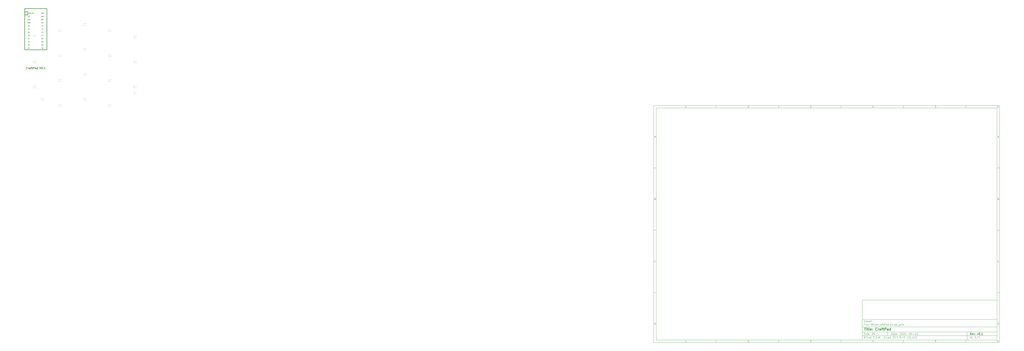
<source format=gbr>
%TF.GenerationSoftware,KiCad,Pcbnew,(5.1.9-0-10_14)*%
%TF.CreationDate,2021-04-02T00:26:10+08:00*%
%TF.ProjectId,MinecraftPad,4d696e65-6372-4616-9674-5061642e6b69,v0.1*%
%TF.SameCoordinates,Original*%
%TF.FileFunction,Legend,Top*%
%TF.FilePolarity,Positive*%
%FSLAX46Y46*%
G04 Gerber Fmt 4.6, Leading zero omitted, Abs format (unit mm)*
G04 Created by KiCad (PCBNEW (5.1.9-0-10_14)) date 2021-04-02 00:26:10*
%MOMM*%
%LPD*%
G01*
G04 APERTURE LIST*
%ADD10C,0.100000*%
%ADD11C,0.150000*%
%ADD12C,0.300000*%
%ADD13C,0.400000*%
%ADD14C,0.120000*%
%ADD15C,0.381000*%
G04 APERTURE END LIST*
D10*
D11*
X177002200Y-166007200D02*
X177002200Y-198007200D01*
X285002200Y-198007200D01*
X285002200Y-166007200D01*
X177002200Y-166007200D01*
D10*
D11*
X10000000Y-10000000D02*
X10000000Y-200007200D01*
X287002200Y-200007200D01*
X287002200Y-10000000D01*
X10000000Y-10000000D01*
D10*
D11*
X12000000Y-12000000D02*
X12000000Y-198007200D01*
X285002200Y-198007200D01*
X285002200Y-12000000D01*
X12000000Y-12000000D01*
D10*
D11*
X60000000Y-12000000D02*
X60000000Y-10000000D01*
D10*
D11*
X110000000Y-12000000D02*
X110000000Y-10000000D01*
D10*
D11*
X160000000Y-12000000D02*
X160000000Y-10000000D01*
D10*
D11*
X210000000Y-12000000D02*
X210000000Y-10000000D01*
D10*
D11*
X260000000Y-12000000D02*
X260000000Y-10000000D01*
D10*
D11*
X36065476Y-11588095D02*
X35322619Y-11588095D01*
X35694047Y-11588095D02*
X35694047Y-10288095D01*
X35570238Y-10473809D01*
X35446428Y-10597619D01*
X35322619Y-10659523D01*
D10*
D11*
X85322619Y-10411904D02*
X85384523Y-10350000D01*
X85508333Y-10288095D01*
X85817857Y-10288095D01*
X85941666Y-10350000D01*
X86003571Y-10411904D01*
X86065476Y-10535714D01*
X86065476Y-10659523D01*
X86003571Y-10845238D01*
X85260714Y-11588095D01*
X86065476Y-11588095D01*
D10*
D11*
X135260714Y-10288095D02*
X136065476Y-10288095D01*
X135632142Y-10783333D01*
X135817857Y-10783333D01*
X135941666Y-10845238D01*
X136003571Y-10907142D01*
X136065476Y-11030952D01*
X136065476Y-11340476D01*
X136003571Y-11464285D01*
X135941666Y-11526190D01*
X135817857Y-11588095D01*
X135446428Y-11588095D01*
X135322619Y-11526190D01*
X135260714Y-11464285D01*
D10*
D11*
X185941666Y-10721428D02*
X185941666Y-11588095D01*
X185632142Y-10226190D02*
X185322619Y-11154761D01*
X186127380Y-11154761D01*
D10*
D11*
X236003571Y-10288095D02*
X235384523Y-10288095D01*
X235322619Y-10907142D01*
X235384523Y-10845238D01*
X235508333Y-10783333D01*
X235817857Y-10783333D01*
X235941666Y-10845238D01*
X236003571Y-10907142D01*
X236065476Y-11030952D01*
X236065476Y-11340476D01*
X236003571Y-11464285D01*
X235941666Y-11526190D01*
X235817857Y-11588095D01*
X235508333Y-11588095D01*
X235384523Y-11526190D01*
X235322619Y-11464285D01*
D10*
D11*
X285941666Y-10288095D02*
X285694047Y-10288095D01*
X285570238Y-10350000D01*
X285508333Y-10411904D01*
X285384523Y-10597619D01*
X285322619Y-10845238D01*
X285322619Y-11340476D01*
X285384523Y-11464285D01*
X285446428Y-11526190D01*
X285570238Y-11588095D01*
X285817857Y-11588095D01*
X285941666Y-11526190D01*
X286003571Y-11464285D01*
X286065476Y-11340476D01*
X286065476Y-11030952D01*
X286003571Y-10907142D01*
X285941666Y-10845238D01*
X285817857Y-10783333D01*
X285570238Y-10783333D01*
X285446428Y-10845238D01*
X285384523Y-10907142D01*
X285322619Y-11030952D01*
D10*
D11*
X60000000Y-198007200D02*
X60000000Y-200007200D01*
D10*
D11*
X110000000Y-198007200D02*
X110000000Y-200007200D01*
D10*
D11*
X160000000Y-198007200D02*
X160000000Y-200007200D01*
D10*
D11*
X210000000Y-198007200D02*
X210000000Y-200007200D01*
D10*
D11*
X260000000Y-198007200D02*
X260000000Y-200007200D01*
D10*
D11*
X36065476Y-199595295D02*
X35322619Y-199595295D01*
X35694047Y-199595295D02*
X35694047Y-198295295D01*
X35570238Y-198481009D01*
X35446428Y-198604819D01*
X35322619Y-198666723D01*
D10*
D11*
X85322619Y-198419104D02*
X85384523Y-198357200D01*
X85508333Y-198295295D01*
X85817857Y-198295295D01*
X85941666Y-198357200D01*
X86003571Y-198419104D01*
X86065476Y-198542914D01*
X86065476Y-198666723D01*
X86003571Y-198852438D01*
X85260714Y-199595295D01*
X86065476Y-199595295D01*
D10*
D11*
X135260714Y-198295295D02*
X136065476Y-198295295D01*
X135632142Y-198790533D01*
X135817857Y-198790533D01*
X135941666Y-198852438D01*
X136003571Y-198914342D01*
X136065476Y-199038152D01*
X136065476Y-199347676D01*
X136003571Y-199471485D01*
X135941666Y-199533390D01*
X135817857Y-199595295D01*
X135446428Y-199595295D01*
X135322619Y-199533390D01*
X135260714Y-199471485D01*
D10*
D11*
X185941666Y-198728628D02*
X185941666Y-199595295D01*
X185632142Y-198233390D02*
X185322619Y-199161961D01*
X186127380Y-199161961D01*
D10*
D11*
X236003571Y-198295295D02*
X235384523Y-198295295D01*
X235322619Y-198914342D01*
X235384523Y-198852438D01*
X235508333Y-198790533D01*
X235817857Y-198790533D01*
X235941666Y-198852438D01*
X236003571Y-198914342D01*
X236065476Y-199038152D01*
X236065476Y-199347676D01*
X236003571Y-199471485D01*
X235941666Y-199533390D01*
X235817857Y-199595295D01*
X235508333Y-199595295D01*
X235384523Y-199533390D01*
X235322619Y-199471485D01*
D10*
D11*
X285941666Y-198295295D02*
X285694047Y-198295295D01*
X285570238Y-198357200D01*
X285508333Y-198419104D01*
X285384523Y-198604819D01*
X285322619Y-198852438D01*
X285322619Y-199347676D01*
X285384523Y-199471485D01*
X285446428Y-199533390D01*
X285570238Y-199595295D01*
X285817857Y-199595295D01*
X285941666Y-199533390D01*
X286003571Y-199471485D01*
X286065476Y-199347676D01*
X286065476Y-199038152D01*
X286003571Y-198914342D01*
X285941666Y-198852438D01*
X285817857Y-198790533D01*
X285570238Y-198790533D01*
X285446428Y-198852438D01*
X285384523Y-198914342D01*
X285322619Y-199038152D01*
D10*
D11*
X10000000Y-60000000D02*
X12000000Y-60000000D01*
D10*
D11*
X10000000Y-110000000D02*
X12000000Y-110000000D01*
D10*
D11*
X10000000Y-160000000D02*
X12000000Y-160000000D01*
D10*
D11*
X10690476Y-35216666D02*
X11309523Y-35216666D01*
X10566666Y-35588095D02*
X11000000Y-34288095D01*
X11433333Y-35588095D01*
D10*
D11*
X11092857Y-84907142D02*
X11278571Y-84969047D01*
X11340476Y-85030952D01*
X11402380Y-85154761D01*
X11402380Y-85340476D01*
X11340476Y-85464285D01*
X11278571Y-85526190D01*
X11154761Y-85588095D01*
X10659523Y-85588095D01*
X10659523Y-84288095D01*
X11092857Y-84288095D01*
X11216666Y-84350000D01*
X11278571Y-84411904D01*
X11340476Y-84535714D01*
X11340476Y-84659523D01*
X11278571Y-84783333D01*
X11216666Y-84845238D01*
X11092857Y-84907142D01*
X10659523Y-84907142D01*
D10*
D11*
X11402380Y-135464285D02*
X11340476Y-135526190D01*
X11154761Y-135588095D01*
X11030952Y-135588095D01*
X10845238Y-135526190D01*
X10721428Y-135402380D01*
X10659523Y-135278571D01*
X10597619Y-135030952D01*
X10597619Y-134845238D01*
X10659523Y-134597619D01*
X10721428Y-134473809D01*
X10845238Y-134350000D01*
X11030952Y-134288095D01*
X11154761Y-134288095D01*
X11340476Y-134350000D01*
X11402380Y-134411904D01*
D10*
D11*
X10659523Y-185588095D02*
X10659523Y-184288095D01*
X10969047Y-184288095D01*
X11154761Y-184350000D01*
X11278571Y-184473809D01*
X11340476Y-184597619D01*
X11402380Y-184845238D01*
X11402380Y-185030952D01*
X11340476Y-185278571D01*
X11278571Y-185402380D01*
X11154761Y-185526190D01*
X10969047Y-185588095D01*
X10659523Y-185588095D01*
D10*
D11*
X287002200Y-60000000D02*
X285002200Y-60000000D01*
D10*
D11*
X287002200Y-110000000D02*
X285002200Y-110000000D01*
D10*
D11*
X287002200Y-160000000D02*
X285002200Y-160000000D01*
D10*
D11*
X285692676Y-35216666D02*
X286311723Y-35216666D01*
X285568866Y-35588095D02*
X286002200Y-34288095D01*
X286435533Y-35588095D01*
D10*
D11*
X286095057Y-84907142D02*
X286280771Y-84969047D01*
X286342676Y-85030952D01*
X286404580Y-85154761D01*
X286404580Y-85340476D01*
X286342676Y-85464285D01*
X286280771Y-85526190D01*
X286156961Y-85588095D01*
X285661723Y-85588095D01*
X285661723Y-84288095D01*
X286095057Y-84288095D01*
X286218866Y-84350000D01*
X286280771Y-84411904D01*
X286342676Y-84535714D01*
X286342676Y-84659523D01*
X286280771Y-84783333D01*
X286218866Y-84845238D01*
X286095057Y-84907142D01*
X285661723Y-84907142D01*
D10*
D11*
X286404580Y-135464285D02*
X286342676Y-135526190D01*
X286156961Y-135588095D01*
X286033152Y-135588095D01*
X285847438Y-135526190D01*
X285723628Y-135402380D01*
X285661723Y-135278571D01*
X285599819Y-135030952D01*
X285599819Y-134845238D01*
X285661723Y-134597619D01*
X285723628Y-134473809D01*
X285847438Y-134350000D01*
X286033152Y-134288095D01*
X286156961Y-134288095D01*
X286342676Y-134350000D01*
X286404580Y-134411904D01*
D10*
D11*
X285661723Y-185588095D02*
X285661723Y-184288095D01*
X285971247Y-184288095D01*
X286156961Y-184350000D01*
X286280771Y-184473809D01*
X286342676Y-184597619D01*
X286404580Y-184845238D01*
X286404580Y-185030952D01*
X286342676Y-185278571D01*
X286280771Y-185402380D01*
X286156961Y-185526190D01*
X285971247Y-185588095D01*
X285661723Y-185588095D01*
D10*
D11*
X200434342Y-193785771D02*
X200434342Y-192285771D01*
X200791485Y-192285771D01*
X201005771Y-192357200D01*
X201148628Y-192500057D01*
X201220057Y-192642914D01*
X201291485Y-192928628D01*
X201291485Y-193142914D01*
X201220057Y-193428628D01*
X201148628Y-193571485D01*
X201005771Y-193714342D01*
X200791485Y-193785771D01*
X200434342Y-193785771D01*
X202577200Y-193785771D02*
X202577200Y-193000057D01*
X202505771Y-192857200D01*
X202362914Y-192785771D01*
X202077200Y-192785771D01*
X201934342Y-192857200D01*
X202577200Y-193714342D02*
X202434342Y-193785771D01*
X202077200Y-193785771D01*
X201934342Y-193714342D01*
X201862914Y-193571485D01*
X201862914Y-193428628D01*
X201934342Y-193285771D01*
X202077200Y-193214342D01*
X202434342Y-193214342D01*
X202577200Y-193142914D01*
X203077200Y-192785771D02*
X203648628Y-192785771D01*
X203291485Y-192285771D02*
X203291485Y-193571485D01*
X203362914Y-193714342D01*
X203505771Y-193785771D01*
X203648628Y-193785771D01*
X204720057Y-193714342D02*
X204577200Y-193785771D01*
X204291485Y-193785771D01*
X204148628Y-193714342D01*
X204077200Y-193571485D01*
X204077200Y-193000057D01*
X204148628Y-192857200D01*
X204291485Y-192785771D01*
X204577200Y-192785771D01*
X204720057Y-192857200D01*
X204791485Y-193000057D01*
X204791485Y-193142914D01*
X204077200Y-193285771D01*
X205434342Y-193642914D02*
X205505771Y-193714342D01*
X205434342Y-193785771D01*
X205362914Y-193714342D01*
X205434342Y-193642914D01*
X205434342Y-193785771D01*
X205434342Y-192857200D02*
X205505771Y-192928628D01*
X205434342Y-193000057D01*
X205362914Y-192928628D01*
X205434342Y-192857200D01*
X205434342Y-193000057D01*
X207220057Y-192428628D02*
X207291485Y-192357200D01*
X207434342Y-192285771D01*
X207791485Y-192285771D01*
X207934342Y-192357200D01*
X208005771Y-192428628D01*
X208077200Y-192571485D01*
X208077200Y-192714342D01*
X208005771Y-192928628D01*
X207148628Y-193785771D01*
X208077200Y-193785771D01*
X209005771Y-192285771D02*
X209148628Y-192285771D01*
X209291485Y-192357200D01*
X209362914Y-192428628D01*
X209434342Y-192571485D01*
X209505771Y-192857200D01*
X209505771Y-193214342D01*
X209434342Y-193500057D01*
X209362914Y-193642914D01*
X209291485Y-193714342D01*
X209148628Y-193785771D01*
X209005771Y-193785771D01*
X208862914Y-193714342D01*
X208791485Y-193642914D01*
X208720057Y-193500057D01*
X208648628Y-193214342D01*
X208648628Y-192857200D01*
X208720057Y-192571485D01*
X208791485Y-192428628D01*
X208862914Y-192357200D01*
X209005771Y-192285771D01*
X210077200Y-192428628D02*
X210148628Y-192357200D01*
X210291485Y-192285771D01*
X210648628Y-192285771D01*
X210791485Y-192357200D01*
X210862914Y-192428628D01*
X210934342Y-192571485D01*
X210934342Y-192714342D01*
X210862914Y-192928628D01*
X210005771Y-193785771D01*
X210934342Y-193785771D01*
X212362914Y-193785771D02*
X211505771Y-193785771D01*
X211934342Y-193785771D02*
X211934342Y-192285771D01*
X211791485Y-192500057D01*
X211648628Y-192642914D01*
X211505771Y-192714342D01*
X213005771Y-193214342D02*
X214148628Y-193214342D01*
X215148628Y-192285771D02*
X215291485Y-192285771D01*
X215434342Y-192357200D01*
X215505771Y-192428628D01*
X215577200Y-192571485D01*
X215648628Y-192857200D01*
X215648628Y-193214342D01*
X215577200Y-193500057D01*
X215505771Y-193642914D01*
X215434342Y-193714342D01*
X215291485Y-193785771D01*
X215148628Y-193785771D01*
X215005771Y-193714342D01*
X214934342Y-193642914D01*
X214862914Y-193500057D01*
X214791485Y-193214342D01*
X214791485Y-192857200D01*
X214862914Y-192571485D01*
X214934342Y-192428628D01*
X215005771Y-192357200D01*
X215148628Y-192285771D01*
X216934342Y-192785771D02*
X216934342Y-193785771D01*
X216577200Y-192214342D02*
X216220057Y-193285771D01*
X217148628Y-193285771D01*
X217720057Y-193214342D02*
X218862914Y-193214342D01*
X219862914Y-192285771D02*
X220005771Y-192285771D01*
X220148628Y-192357200D01*
X220220057Y-192428628D01*
X220291485Y-192571485D01*
X220362914Y-192857200D01*
X220362914Y-193214342D01*
X220291485Y-193500057D01*
X220220057Y-193642914D01*
X220148628Y-193714342D01*
X220005771Y-193785771D01*
X219862914Y-193785771D01*
X219720057Y-193714342D01*
X219648628Y-193642914D01*
X219577200Y-193500057D01*
X219505771Y-193214342D01*
X219505771Y-192857200D01*
X219577200Y-192571485D01*
X219648628Y-192428628D01*
X219720057Y-192357200D01*
X219862914Y-192285771D01*
X221791485Y-193785771D02*
X220934342Y-193785771D01*
X221362914Y-193785771D02*
X221362914Y-192285771D01*
X221220057Y-192500057D01*
X221077200Y-192642914D01*
X220934342Y-192714342D01*
D10*
D11*
X177002200Y-194507200D02*
X285002200Y-194507200D01*
D10*
D11*
X178434342Y-196585771D02*
X178434342Y-195085771D01*
X179291485Y-196585771D02*
X178648628Y-195728628D01*
X179291485Y-195085771D02*
X178434342Y-195942914D01*
X179934342Y-196585771D02*
X179934342Y-195585771D01*
X179934342Y-195085771D02*
X179862914Y-195157200D01*
X179934342Y-195228628D01*
X180005771Y-195157200D01*
X179934342Y-195085771D01*
X179934342Y-195228628D01*
X181505771Y-196442914D02*
X181434342Y-196514342D01*
X181220057Y-196585771D01*
X181077200Y-196585771D01*
X180862914Y-196514342D01*
X180720057Y-196371485D01*
X180648628Y-196228628D01*
X180577200Y-195942914D01*
X180577200Y-195728628D01*
X180648628Y-195442914D01*
X180720057Y-195300057D01*
X180862914Y-195157200D01*
X181077200Y-195085771D01*
X181220057Y-195085771D01*
X181434342Y-195157200D01*
X181505771Y-195228628D01*
X182791485Y-196585771D02*
X182791485Y-195800057D01*
X182720057Y-195657200D01*
X182577200Y-195585771D01*
X182291485Y-195585771D01*
X182148628Y-195657200D01*
X182791485Y-196514342D02*
X182648628Y-196585771D01*
X182291485Y-196585771D01*
X182148628Y-196514342D01*
X182077200Y-196371485D01*
X182077200Y-196228628D01*
X182148628Y-196085771D01*
X182291485Y-196014342D01*
X182648628Y-196014342D01*
X182791485Y-195942914D01*
X184148628Y-196585771D02*
X184148628Y-195085771D01*
X184148628Y-196514342D02*
X184005771Y-196585771D01*
X183720057Y-196585771D01*
X183577200Y-196514342D01*
X183505771Y-196442914D01*
X183434342Y-196300057D01*
X183434342Y-195871485D01*
X183505771Y-195728628D01*
X183577200Y-195657200D01*
X183720057Y-195585771D01*
X184005771Y-195585771D01*
X184148628Y-195657200D01*
X186005771Y-195800057D02*
X186505771Y-195800057D01*
X186720057Y-196585771D02*
X186005771Y-196585771D01*
X186005771Y-195085771D01*
X186720057Y-195085771D01*
X187362914Y-196442914D02*
X187434342Y-196514342D01*
X187362914Y-196585771D01*
X187291485Y-196514342D01*
X187362914Y-196442914D01*
X187362914Y-196585771D01*
X188077200Y-196585771D02*
X188077200Y-195085771D01*
X188434342Y-195085771D01*
X188648628Y-195157200D01*
X188791485Y-195300057D01*
X188862914Y-195442914D01*
X188934342Y-195728628D01*
X188934342Y-195942914D01*
X188862914Y-196228628D01*
X188791485Y-196371485D01*
X188648628Y-196514342D01*
X188434342Y-196585771D01*
X188077200Y-196585771D01*
X189577200Y-196442914D02*
X189648628Y-196514342D01*
X189577200Y-196585771D01*
X189505771Y-196514342D01*
X189577200Y-196442914D01*
X189577200Y-196585771D01*
X190220057Y-196157200D02*
X190934342Y-196157200D01*
X190077200Y-196585771D02*
X190577200Y-195085771D01*
X191077200Y-196585771D01*
X191577200Y-196442914D02*
X191648628Y-196514342D01*
X191577200Y-196585771D01*
X191505771Y-196514342D01*
X191577200Y-196442914D01*
X191577200Y-196585771D01*
X194577200Y-196585771D02*
X194577200Y-195085771D01*
X194720057Y-196014342D02*
X195148628Y-196585771D01*
X195148628Y-195585771D02*
X194577200Y-196157200D01*
X195791485Y-196585771D02*
X195791485Y-195585771D01*
X195791485Y-195085771D02*
X195720057Y-195157200D01*
X195791485Y-195228628D01*
X195862914Y-195157200D01*
X195791485Y-195085771D01*
X195791485Y-195228628D01*
X197148628Y-196514342D02*
X197005771Y-196585771D01*
X196720057Y-196585771D01*
X196577200Y-196514342D01*
X196505771Y-196442914D01*
X196434342Y-196300057D01*
X196434342Y-195871485D01*
X196505771Y-195728628D01*
X196577200Y-195657200D01*
X196720057Y-195585771D01*
X197005771Y-195585771D01*
X197148628Y-195657200D01*
X198434342Y-196585771D02*
X198434342Y-195800057D01*
X198362914Y-195657200D01*
X198220057Y-195585771D01*
X197934342Y-195585771D01*
X197791485Y-195657200D01*
X198434342Y-196514342D02*
X198291485Y-196585771D01*
X197934342Y-196585771D01*
X197791485Y-196514342D01*
X197720057Y-196371485D01*
X197720057Y-196228628D01*
X197791485Y-196085771D01*
X197934342Y-196014342D01*
X198291485Y-196014342D01*
X198434342Y-195942914D01*
X199791485Y-196585771D02*
X199791485Y-195085771D01*
X199791485Y-196514342D02*
X199648628Y-196585771D01*
X199362914Y-196585771D01*
X199220057Y-196514342D01*
X199148628Y-196442914D01*
X199077200Y-196300057D01*
X199077200Y-195871485D01*
X199148628Y-195728628D01*
X199220057Y-195657200D01*
X199362914Y-195585771D01*
X199648628Y-195585771D01*
X199791485Y-195657200D01*
X202077200Y-197157200D02*
X202005771Y-197085771D01*
X201862914Y-196871485D01*
X201791485Y-196728628D01*
X201720057Y-196514342D01*
X201648628Y-196157200D01*
X201648628Y-195871485D01*
X201720057Y-195514342D01*
X201791485Y-195300057D01*
X201862914Y-195157200D01*
X202005771Y-194942914D01*
X202077200Y-194871485D01*
X203362914Y-195085771D02*
X202648628Y-195085771D01*
X202577200Y-195800057D01*
X202648628Y-195728628D01*
X202791485Y-195657200D01*
X203148628Y-195657200D01*
X203291485Y-195728628D01*
X203362914Y-195800057D01*
X203434342Y-195942914D01*
X203434342Y-196300057D01*
X203362914Y-196442914D01*
X203291485Y-196514342D01*
X203148628Y-196585771D01*
X202791485Y-196585771D01*
X202648628Y-196514342D01*
X202577200Y-196442914D01*
X204077200Y-196442914D02*
X204148628Y-196514342D01*
X204077200Y-196585771D01*
X204005771Y-196514342D01*
X204077200Y-196442914D01*
X204077200Y-196585771D01*
X205577200Y-196585771D02*
X204720057Y-196585771D01*
X205148628Y-196585771D02*
X205148628Y-195085771D01*
X205005771Y-195300057D01*
X204862914Y-195442914D01*
X204720057Y-195514342D01*
X206220057Y-196442914D02*
X206291485Y-196514342D01*
X206220057Y-196585771D01*
X206148628Y-196514342D01*
X206220057Y-196442914D01*
X206220057Y-196585771D01*
X207005771Y-196585771D02*
X207291485Y-196585771D01*
X207434342Y-196514342D01*
X207505771Y-196442914D01*
X207648628Y-196228628D01*
X207720057Y-195942914D01*
X207720057Y-195371485D01*
X207648628Y-195228628D01*
X207577200Y-195157200D01*
X207434342Y-195085771D01*
X207148628Y-195085771D01*
X207005771Y-195157200D01*
X206934342Y-195228628D01*
X206862914Y-195371485D01*
X206862914Y-195728628D01*
X206934342Y-195871485D01*
X207005771Y-195942914D01*
X207148628Y-196014342D01*
X207434342Y-196014342D01*
X207577200Y-195942914D01*
X207648628Y-195871485D01*
X207720057Y-195728628D01*
X208362914Y-196014342D02*
X209505771Y-196014342D01*
X210505771Y-195085771D02*
X210648628Y-195085771D01*
X210791485Y-195157200D01*
X210862914Y-195228628D01*
X210934342Y-195371485D01*
X211005771Y-195657200D01*
X211005771Y-196014342D01*
X210934342Y-196300057D01*
X210862914Y-196442914D01*
X210791485Y-196514342D01*
X210648628Y-196585771D01*
X210505771Y-196585771D01*
X210362914Y-196514342D01*
X210291485Y-196442914D01*
X210220057Y-196300057D01*
X210148628Y-196014342D01*
X210148628Y-195657200D01*
X210220057Y-195371485D01*
X210291485Y-195228628D01*
X210362914Y-195157200D01*
X210505771Y-195085771D01*
X211648628Y-196014342D02*
X212791485Y-196014342D01*
X214291485Y-196585771D02*
X213434342Y-196585771D01*
X213862914Y-196585771D02*
X213862914Y-195085771D01*
X213720057Y-195300057D01*
X213577200Y-195442914D01*
X213434342Y-195514342D01*
X215220057Y-195085771D02*
X215362914Y-195085771D01*
X215505771Y-195157200D01*
X215577200Y-195228628D01*
X215648628Y-195371485D01*
X215720057Y-195657200D01*
X215720057Y-196014342D01*
X215648628Y-196300057D01*
X215577200Y-196442914D01*
X215505771Y-196514342D01*
X215362914Y-196585771D01*
X215220057Y-196585771D01*
X215077200Y-196514342D01*
X215005771Y-196442914D01*
X214934342Y-196300057D01*
X214862914Y-196014342D01*
X214862914Y-195657200D01*
X214934342Y-195371485D01*
X215005771Y-195228628D01*
X215077200Y-195157200D01*
X215220057Y-195085771D01*
X216005771Y-196728628D02*
X217148628Y-196728628D01*
X218291485Y-196585771D02*
X217434342Y-196585771D01*
X217862914Y-196585771D02*
X217862914Y-195085771D01*
X217720057Y-195300057D01*
X217577200Y-195442914D01*
X217434342Y-195514342D01*
X219577200Y-195585771D02*
X219577200Y-196585771D01*
X219220057Y-195014342D02*
X218862914Y-196085771D01*
X219791485Y-196085771D01*
X220220057Y-197157200D02*
X220291485Y-197085771D01*
X220434342Y-196871485D01*
X220505771Y-196728628D01*
X220577200Y-196514342D01*
X220648628Y-196157200D01*
X220648628Y-195871485D01*
X220577200Y-195514342D01*
X220505771Y-195300057D01*
X220434342Y-195157200D01*
X220291485Y-194942914D01*
X220220057Y-194871485D01*
D10*
D11*
X177002200Y-191507200D02*
X285002200Y-191507200D01*
D10*
D12*
X264411485Y-193785771D02*
X263911485Y-193071485D01*
X263554342Y-193785771D02*
X263554342Y-192285771D01*
X264125771Y-192285771D01*
X264268628Y-192357200D01*
X264340057Y-192428628D01*
X264411485Y-192571485D01*
X264411485Y-192785771D01*
X264340057Y-192928628D01*
X264268628Y-193000057D01*
X264125771Y-193071485D01*
X263554342Y-193071485D01*
X265625771Y-193714342D02*
X265482914Y-193785771D01*
X265197200Y-193785771D01*
X265054342Y-193714342D01*
X264982914Y-193571485D01*
X264982914Y-193000057D01*
X265054342Y-192857200D01*
X265197200Y-192785771D01*
X265482914Y-192785771D01*
X265625771Y-192857200D01*
X265697200Y-193000057D01*
X265697200Y-193142914D01*
X264982914Y-193285771D01*
X266197200Y-192785771D02*
X266554342Y-193785771D01*
X266911485Y-192785771D01*
X267482914Y-193642914D02*
X267554342Y-193714342D01*
X267482914Y-193785771D01*
X267411485Y-193714342D01*
X267482914Y-193642914D01*
X267482914Y-193785771D01*
X267482914Y-192857200D02*
X267554342Y-192928628D01*
X267482914Y-193000057D01*
X267411485Y-192928628D01*
X267482914Y-192857200D01*
X267482914Y-193000057D01*
X269197200Y-192785771D02*
X269554342Y-193785771D01*
X269911485Y-192785771D01*
X270768628Y-192285771D02*
X270911485Y-192285771D01*
X271054342Y-192357200D01*
X271125771Y-192428628D01*
X271197200Y-192571485D01*
X271268628Y-192857200D01*
X271268628Y-193214342D01*
X271197200Y-193500057D01*
X271125771Y-193642914D01*
X271054342Y-193714342D01*
X270911485Y-193785771D01*
X270768628Y-193785771D01*
X270625771Y-193714342D01*
X270554342Y-193642914D01*
X270482914Y-193500057D01*
X270411485Y-193214342D01*
X270411485Y-192857200D01*
X270482914Y-192571485D01*
X270554342Y-192428628D01*
X270625771Y-192357200D01*
X270768628Y-192285771D01*
X271911485Y-193642914D02*
X271982914Y-193714342D01*
X271911485Y-193785771D01*
X271840057Y-193714342D01*
X271911485Y-193642914D01*
X271911485Y-193785771D01*
X273411485Y-193785771D02*
X272554342Y-193785771D01*
X272982914Y-193785771D02*
X272982914Y-192285771D01*
X272840057Y-192500057D01*
X272697200Y-192642914D01*
X272554342Y-192714342D01*
D10*
D11*
X178362914Y-193714342D02*
X178577200Y-193785771D01*
X178934342Y-193785771D01*
X179077200Y-193714342D01*
X179148628Y-193642914D01*
X179220057Y-193500057D01*
X179220057Y-193357200D01*
X179148628Y-193214342D01*
X179077200Y-193142914D01*
X178934342Y-193071485D01*
X178648628Y-193000057D01*
X178505771Y-192928628D01*
X178434342Y-192857200D01*
X178362914Y-192714342D01*
X178362914Y-192571485D01*
X178434342Y-192428628D01*
X178505771Y-192357200D01*
X178648628Y-192285771D01*
X179005771Y-192285771D01*
X179220057Y-192357200D01*
X179862914Y-193785771D02*
X179862914Y-192785771D01*
X179862914Y-192285771D02*
X179791485Y-192357200D01*
X179862914Y-192428628D01*
X179934342Y-192357200D01*
X179862914Y-192285771D01*
X179862914Y-192428628D01*
X180434342Y-192785771D02*
X181220057Y-192785771D01*
X180434342Y-193785771D01*
X181220057Y-193785771D01*
X182362914Y-193714342D02*
X182220057Y-193785771D01*
X181934342Y-193785771D01*
X181791485Y-193714342D01*
X181720057Y-193571485D01*
X181720057Y-193000057D01*
X181791485Y-192857200D01*
X181934342Y-192785771D01*
X182220057Y-192785771D01*
X182362914Y-192857200D01*
X182434342Y-193000057D01*
X182434342Y-193142914D01*
X181720057Y-193285771D01*
X183077200Y-193642914D02*
X183148628Y-193714342D01*
X183077200Y-193785771D01*
X183005771Y-193714342D01*
X183077200Y-193642914D01*
X183077200Y-193785771D01*
X183077200Y-192857200D02*
X183148628Y-192928628D01*
X183077200Y-193000057D01*
X183005771Y-192928628D01*
X183077200Y-192857200D01*
X183077200Y-193000057D01*
X184862914Y-193357200D02*
X185577200Y-193357200D01*
X184720057Y-193785771D02*
X185220057Y-192285771D01*
X185720057Y-193785771D01*
X186862914Y-192785771D02*
X186862914Y-193785771D01*
X186505771Y-192214342D02*
X186148628Y-193285771D01*
X187077200Y-193285771D01*
D10*
D11*
X263434342Y-196585771D02*
X263434342Y-195085771D01*
X264791485Y-196585771D02*
X264791485Y-195085771D01*
X264791485Y-196514342D02*
X264648628Y-196585771D01*
X264362914Y-196585771D01*
X264220057Y-196514342D01*
X264148628Y-196442914D01*
X264077200Y-196300057D01*
X264077200Y-195871485D01*
X264148628Y-195728628D01*
X264220057Y-195657200D01*
X264362914Y-195585771D01*
X264648628Y-195585771D01*
X264791485Y-195657200D01*
X265505771Y-196442914D02*
X265577200Y-196514342D01*
X265505771Y-196585771D01*
X265434342Y-196514342D01*
X265505771Y-196442914D01*
X265505771Y-196585771D01*
X265505771Y-195657200D02*
X265577200Y-195728628D01*
X265505771Y-195800057D01*
X265434342Y-195728628D01*
X265505771Y-195657200D01*
X265505771Y-195800057D01*
X268148628Y-196585771D02*
X267291485Y-196585771D01*
X267720057Y-196585771D02*
X267720057Y-195085771D01*
X267577200Y-195300057D01*
X267434342Y-195442914D01*
X267291485Y-195514342D01*
X269862914Y-195014342D02*
X268577200Y-196942914D01*
X271148628Y-196585771D02*
X270291485Y-196585771D01*
X270720057Y-196585771D02*
X270720057Y-195085771D01*
X270577200Y-195300057D01*
X270434342Y-195442914D01*
X270291485Y-195514342D01*
D10*
D11*
X177002200Y-187507200D02*
X285002200Y-187507200D01*
D10*
D13*
X178714580Y-188211961D02*
X179857438Y-188211961D01*
X179036009Y-190211961D02*
X179286009Y-188211961D01*
X180274104Y-190211961D02*
X180440771Y-188878628D01*
X180524104Y-188211961D02*
X180416961Y-188307200D01*
X180500295Y-188402438D01*
X180607438Y-188307200D01*
X180524104Y-188211961D01*
X180500295Y-188402438D01*
X181107438Y-188878628D02*
X181869342Y-188878628D01*
X181476485Y-188211961D02*
X181262200Y-189926247D01*
X181333628Y-190116723D01*
X181512200Y-190211961D01*
X181702676Y-190211961D01*
X182655057Y-190211961D02*
X182476485Y-190116723D01*
X182405057Y-189926247D01*
X182619342Y-188211961D01*
X184190771Y-190116723D02*
X183988390Y-190211961D01*
X183607438Y-190211961D01*
X183428866Y-190116723D01*
X183357438Y-189926247D01*
X183452676Y-189164342D01*
X183571723Y-188973866D01*
X183774104Y-188878628D01*
X184155057Y-188878628D01*
X184333628Y-188973866D01*
X184405057Y-189164342D01*
X184381247Y-189354819D01*
X183405057Y-189545295D01*
X185155057Y-190021485D02*
X185238390Y-190116723D01*
X185131247Y-190211961D01*
X185047914Y-190116723D01*
X185155057Y-190021485D01*
X185131247Y-190211961D01*
X185286009Y-188973866D02*
X185369342Y-189069104D01*
X185262200Y-189164342D01*
X185178866Y-189069104D01*
X185286009Y-188973866D01*
X185262200Y-189164342D01*
X188774104Y-190021485D02*
X188666961Y-190116723D01*
X188369342Y-190211961D01*
X188178866Y-190211961D01*
X187905057Y-190116723D01*
X187738390Y-189926247D01*
X187666961Y-189735771D01*
X187619342Y-189354819D01*
X187655057Y-189069104D01*
X187797914Y-188688152D01*
X187916961Y-188497676D01*
X188131247Y-188307200D01*
X188428866Y-188211961D01*
X188619342Y-188211961D01*
X188893152Y-188307200D01*
X188976485Y-188402438D01*
X189607438Y-190211961D02*
X189774104Y-188878628D01*
X189726485Y-189259580D02*
X189845533Y-189069104D01*
X189952676Y-188973866D01*
X190155057Y-188878628D01*
X190345533Y-188878628D01*
X191702676Y-190211961D02*
X191833628Y-189164342D01*
X191762200Y-188973866D01*
X191583628Y-188878628D01*
X191202676Y-188878628D01*
X191000295Y-188973866D01*
X191714580Y-190116723D02*
X191512200Y-190211961D01*
X191036009Y-190211961D01*
X190857438Y-190116723D01*
X190786009Y-189926247D01*
X190809819Y-189735771D01*
X190928866Y-189545295D01*
X191131247Y-189450057D01*
X191607438Y-189450057D01*
X191809819Y-189354819D01*
X192536009Y-188878628D02*
X193297914Y-188878628D01*
X192655057Y-190211961D02*
X192869342Y-188497676D01*
X192988390Y-188307200D01*
X193190771Y-188211961D01*
X193381247Y-188211961D01*
X193678866Y-188878628D02*
X194440771Y-188878628D01*
X194047914Y-188211961D02*
X193833628Y-189926247D01*
X193905057Y-190116723D01*
X194083628Y-190211961D01*
X194274104Y-190211961D01*
X194940771Y-190211961D02*
X195190771Y-188211961D01*
X195952676Y-188211961D01*
X196131247Y-188307200D01*
X196214580Y-188402438D01*
X196286009Y-188592914D01*
X196250295Y-188878628D01*
X196131247Y-189069104D01*
X196024104Y-189164342D01*
X195821723Y-189259580D01*
X195059819Y-189259580D01*
X197797914Y-190211961D02*
X197928866Y-189164342D01*
X197857438Y-188973866D01*
X197678866Y-188878628D01*
X197297914Y-188878628D01*
X197095533Y-188973866D01*
X197809819Y-190116723D02*
X197607438Y-190211961D01*
X197131247Y-190211961D01*
X196952676Y-190116723D01*
X196881247Y-189926247D01*
X196905057Y-189735771D01*
X197024104Y-189545295D01*
X197226485Y-189450057D01*
X197702676Y-189450057D01*
X197905057Y-189354819D01*
X199607438Y-190211961D02*
X199857438Y-188211961D01*
X199619342Y-190116723D02*
X199416961Y-190211961D01*
X199036009Y-190211961D01*
X198857438Y-190116723D01*
X198774104Y-190021485D01*
X198702676Y-189831009D01*
X198774104Y-189259580D01*
X198893152Y-189069104D01*
X199000295Y-188973866D01*
X199202676Y-188878628D01*
X199583628Y-188878628D01*
X199762200Y-188973866D01*
D10*
D11*
X178934342Y-185600057D02*
X178434342Y-185600057D01*
X178434342Y-186385771D02*
X178434342Y-184885771D01*
X179148628Y-184885771D01*
X179720057Y-186385771D02*
X179720057Y-185385771D01*
X179720057Y-184885771D02*
X179648628Y-184957200D01*
X179720057Y-185028628D01*
X179791485Y-184957200D01*
X179720057Y-184885771D01*
X179720057Y-185028628D01*
X180648628Y-186385771D02*
X180505771Y-186314342D01*
X180434342Y-186171485D01*
X180434342Y-184885771D01*
X181791485Y-186314342D02*
X181648628Y-186385771D01*
X181362914Y-186385771D01*
X181220057Y-186314342D01*
X181148628Y-186171485D01*
X181148628Y-185600057D01*
X181220057Y-185457200D01*
X181362914Y-185385771D01*
X181648628Y-185385771D01*
X181791485Y-185457200D01*
X181862914Y-185600057D01*
X181862914Y-185742914D01*
X181148628Y-185885771D01*
X182505771Y-186242914D02*
X182577200Y-186314342D01*
X182505771Y-186385771D01*
X182434342Y-186314342D01*
X182505771Y-186242914D01*
X182505771Y-186385771D01*
X182505771Y-185457200D02*
X182577200Y-185528628D01*
X182505771Y-185600057D01*
X182434342Y-185528628D01*
X182505771Y-185457200D01*
X182505771Y-185600057D01*
X184362914Y-186385771D02*
X184362914Y-184885771D01*
X184862914Y-185957200D01*
X185362914Y-184885771D01*
X185362914Y-186385771D01*
X186077200Y-186385771D02*
X186077200Y-185385771D01*
X186077200Y-184885771D02*
X186005771Y-184957200D01*
X186077200Y-185028628D01*
X186148628Y-184957200D01*
X186077200Y-184885771D01*
X186077200Y-185028628D01*
X186791485Y-185385771D02*
X186791485Y-186385771D01*
X186791485Y-185528628D02*
X186862914Y-185457200D01*
X187005771Y-185385771D01*
X187220057Y-185385771D01*
X187362914Y-185457200D01*
X187434342Y-185600057D01*
X187434342Y-186385771D01*
X188720057Y-186314342D02*
X188577200Y-186385771D01*
X188291485Y-186385771D01*
X188148628Y-186314342D01*
X188077200Y-186171485D01*
X188077200Y-185600057D01*
X188148628Y-185457200D01*
X188291485Y-185385771D01*
X188577200Y-185385771D01*
X188720057Y-185457200D01*
X188791485Y-185600057D01*
X188791485Y-185742914D01*
X188077200Y-185885771D01*
X190077200Y-186314342D02*
X189934342Y-186385771D01*
X189648628Y-186385771D01*
X189505771Y-186314342D01*
X189434342Y-186242914D01*
X189362914Y-186100057D01*
X189362914Y-185671485D01*
X189434342Y-185528628D01*
X189505771Y-185457200D01*
X189648628Y-185385771D01*
X189934342Y-185385771D01*
X190077200Y-185457200D01*
X190720057Y-186385771D02*
X190720057Y-185385771D01*
X190720057Y-185671485D02*
X190791485Y-185528628D01*
X190862914Y-185457200D01*
X191005771Y-185385771D01*
X191148628Y-185385771D01*
X192291485Y-186385771D02*
X192291485Y-185600057D01*
X192220057Y-185457200D01*
X192077200Y-185385771D01*
X191791485Y-185385771D01*
X191648628Y-185457200D01*
X192291485Y-186314342D02*
X192148628Y-186385771D01*
X191791485Y-186385771D01*
X191648628Y-186314342D01*
X191577200Y-186171485D01*
X191577200Y-186028628D01*
X191648628Y-185885771D01*
X191791485Y-185814342D01*
X192148628Y-185814342D01*
X192291485Y-185742914D01*
X192791485Y-185385771D02*
X193362914Y-185385771D01*
X193005771Y-186385771D02*
X193005771Y-185100057D01*
X193077200Y-184957200D01*
X193220057Y-184885771D01*
X193362914Y-184885771D01*
X193648628Y-185385771D02*
X194220057Y-185385771D01*
X193862914Y-184885771D02*
X193862914Y-186171485D01*
X193934342Y-186314342D01*
X194077200Y-186385771D01*
X194220057Y-186385771D01*
X194720057Y-186385771D02*
X194720057Y-184885771D01*
X195291485Y-184885771D01*
X195434342Y-184957200D01*
X195505771Y-185028628D01*
X195577200Y-185171485D01*
X195577200Y-185385771D01*
X195505771Y-185528628D01*
X195434342Y-185600057D01*
X195291485Y-185671485D01*
X194720057Y-185671485D01*
X196862914Y-186385771D02*
X196862914Y-185600057D01*
X196791485Y-185457200D01*
X196648628Y-185385771D01*
X196362914Y-185385771D01*
X196220057Y-185457200D01*
X196862914Y-186314342D02*
X196720057Y-186385771D01*
X196362914Y-186385771D01*
X196220057Y-186314342D01*
X196148628Y-186171485D01*
X196148628Y-186028628D01*
X196220057Y-185885771D01*
X196362914Y-185814342D01*
X196720057Y-185814342D01*
X196862914Y-185742914D01*
X198220057Y-186385771D02*
X198220057Y-184885771D01*
X198220057Y-186314342D02*
X198077200Y-186385771D01*
X197791485Y-186385771D01*
X197648628Y-186314342D01*
X197577200Y-186242914D01*
X197505771Y-186100057D01*
X197505771Y-185671485D01*
X197577200Y-185528628D01*
X197648628Y-185457200D01*
X197791485Y-185385771D01*
X198077200Y-185385771D01*
X198220057Y-185457200D01*
X198934342Y-186242914D02*
X199005771Y-186314342D01*
X198934342Y-186385771D01*
X198862914Y-186314342D01*
X198934342Y-186242914D01*
X198934342Y-186385771D01*
X199648628Y-186385771D02*
X199648628Y-184885771D01*
X199791485Y-185814342D02*
X200220057Y-186385771D01*
X200220057Y-185385771D02*
X199648628Y-185957200D01*
X200862914Y-186385771D02*
X200862914Y-185385771D01*
X200862914Y-184885771D02*
X200791485Y-184957200D01*
X200862914Y-185028628D01*
X200934342Y-184957200D01*
X200862914Y-184885771D01*
X200862914Y-185028628D01*
X202220057Y-186314342D02*
X202077200Y-186385771D01*
X201791485Y-186385771D01*
X201648628Y-186314342D01*
X201577200Y-186242914D01*
X201505771Y-186100057D01*
X201505771Y-185671485D01*
X201577200Y-185528628D01*
X201648628Y-185457200D01*
X201791485Y-185385771D01*
X202077200Y-185385771D01*
X202220057Y-185457200D01*
X203505771Y-186385771D02*
X203505771Y-185600057D01*
X203434342Y-185457200D01*
X203291485Y-185385771D01*
X203005771Y-185385771D01*
X202862914Y-185457200D01*
X203505771Y-186314342D02*
X203362914Y-186385771D01*
X203005771Y-186385771D01*
X202862914Y-186314342D01*
X202791485Y-186171485D01*
X202791485Y-186028628D01*
X202862914Y-185885771D01*
X203005771Y-185814342D01*
X203362914Y-185814342D01*
X203505771Y-185742914D01*
X204862914Y-186385771D02*
X204862914Y-184885771D01*
X204862914Y-186314342D02*
X204720057Y-186385771D01*
X204434342Y-186385771D01*
X204291485Y-186314342D01*
X204220057Y-186242914D01*
X204148628Y-186100057D01*
X204148628Y-185671485D01*
X204220057Y-185528628D01*
X204291485Y-185457200D01*
X204434342Y-185385771D01*
X204720057Y-185385771D01*
X204862914Y-185457200D01*
X205220057Y-186528628D02*
X206362914Y-186528628D01*
X206720057Y-185385771D02*
X206720057Y-186885771D01*
X206720057Y-185457200D02*
X206862914Y-185385771D01*
X207148628Y-185385771D01*
X207291485Y-185457200D01*
X207362914Y-185528628D01*
X207434342Y-185671485D01*
X207434342Y-186100057D01*
X207362914Y-186242914D01*
X207291485Y-186314342D01*
X207148628Y-186385771D01*
X206862914Y-186385771D01*
X206720057Y-186314342D01*
X208720057Y-186314342D02*
X208577200Y-186385771D01*
X208291485Y-186385771D01*
X208148628Y-186314342D01*
X208077200Y-186242914D01*
X208005771Y-186100057D01*
X208005771Y-185671485D01*
X208077200Y-185528628D01*
X208148628Y-185457200D01*
X208291485Y-185385771D01*
X208577200Y-185385771D01*
X208720057Y-185457200D01*
X209362914Y-186385771D02*
X209362914Y-184885771D01*
X209362914Y-185457200D02*
X209505771Y-185385771D01*
X209791485Y-185385771D01*
X209934342Y-185457200D01*
X210005771Y-185528628D01*
X210077200Y-185671485D01*
X210077200Y-186100057D01*
X210005771Y-186242914D01*
X209934342Y-186314342D01*
X209791485Y-186385771D01*
X209505771Y-186385771D01*
X209362914Y-186314342D01*
D10*
D11*
X177002200Y-181507200D02*
X285002200Y-181507200D01*
D10*
D11*
X178362914Y-183614342D02*
X178577200Y-183685771D01*
X178934342Y-183685771D01*
X179077200Y-183614342D01*
X179148628Y-183542914D01*
X179220057Y-183400057D01*
X179220057Y-183257200D01*
X179148628Y-183114342D01*
X179077200Y-183042914D01*
X178934342Y-182971485D01*
X178648628Y-182900057D01*
X178505771Y-182828628D01*
X178434342Y-182757200D01*
X178362914Y-182614342D01*
X178362914Y-182471485D01*
X178434342Y-182328628D01*
X178505771Y-182257200D01*
X178648628Y-182185771D01*
X179005771Y-182185771D01*
X179220057Y-182257200D01*
X179862914Y-183685771D02*
X179862914Y-182185771D01*
X180505771Y-183685771D02*
X180505771Y-182900057D01*
X180434342Y-182757200D01*
X180291485Y-182685771D01*
X180077200Y-182685771D01*
X179934342Y-182757200D01*
X179862914Y-182828628D01*
X181791485Y-183614342D02*
X181648628Y-183685771D01*
X181362914Y-183685771D01*
X181220057Y-183614342D01*
X181148628Y-183471485D01*
X181148628Y-182900057D01*
X181220057Y-182757200D01*
X181362914Y-182685771D01*
X181648628Y-182685771D01*
X181791485Y-182757200D01*
X181862914Y-182900057D01*
X181862914Y-183042914D01*
X181148628Y-183185771D01*
X183077200Y-183614342D02*
X182934342Y-183685771D01*
X182648628Y-183685771D01*
X182505771Y-183614342D01*
X182434342Y-183471485D01*
X182434342Y-182900057D01*
X182505771Y-182757200D01*
X182648628Y-182685771D01*
X182934342Y-182685771D01*
X183077200Y-182757200D01*
X183148628Y-182900057D01*
X183148628Y-183042914D01*
X182434342Y-183185771D01*
X183577200Y-182685771D02*
X184148628Y-182685771D01*
X183791485Y-182185771D02*
X183791485Y-183471485D01*
X183862914Y-183614342D01*
X184005771Y-183685771D01*
X184148628Y-183685771D01*
X184648628Y-183542914D02*
X184720057Y-183614342D01*
X184648628Y-183685771D01*
X184577200Y-183614342D01*
X184648628Y-183542914D01*
X184648628Y-183685771D01*
X184648628Y-182757200D02*
X184720057Y-182828628D01*
X184648628Y-182900057D01*
X184577200Y-182828628D01*
X184648628Y-182757200D01*
X184648628Y-182900057D01*
D10*
D11*
X197002200Y-191507200D02*
X197002200Y-194507200D01*
D10*
D11*
X261002200Y-191507200D02*
X261002200Y-198007200D01*
D12*
X-491642857Y19464285D02*
X-491714285Y19392857D01*
X-491928571Y19321428D01*
X-492071428Y19321428D01*
X-492285714Y19392857D01*
X-492428571Y19535714D01*
X-492500000Y19678571D01*
X-492571428Y19964285D01*
X-492571428Y20178571D01*
X-492500000Y20464285D01*
X-492428571Y20607142D01*
X-492285714Y20750000D01*
X-492071428Y20821428D01*
X-491928571Y20821428D01*
X-491714285Y20750000D01*
X-491642857Y20678571D01*
X-491000000Y19321428D02*
X-491000000Y20321428D01*
X-491000000Y20035714D02*
X-490928571Y20178571D01*
X-490857142Y20250000D01*
X-490714285Y20321428D01*
X-490571428Y20321428D01*
X-489428571Y19321428D02*
X-489428571Y20107142D01*
X-489500000Y20250000D01*
X-489642857Y20321428D01*
X-489928571Y20321428D01*
X-490071428Y20250000D01*
X-489428571Y19392857D02*
X-489571428Y19321428D01*
X-489928571Y19321428D01*
X-490071428Y19392857D01*
X-490142857Y19535714D01*
X-490142857Y19678571D01*
X-490071428Y19821428D01*
X-489928571Y19892857D01*
X-489571428Y19892857D01*
X-489428571Y19964285D01*
X-488928571Y20321428D02*
X-488357142Y20321428D01*
X-488714285Y19321428D02*
X-488714285Y20607142D01*
X-488642857Y20750000D01*
X-488500000Y20821428D01*
X-488357142Y20821428D01*
X-488071428Y20321428D02*
X-487500000Y20321428D01*
X-487857142Y20821428D02*
X-487857142Y19535714D01*
X-487785714Y19392857D01*
X-487642857Y19321428D01*
X-487500000Y19321428D01*
X-487000000Y19321428D02*
X-487000000Y20821428D01*
X-486428571Y20821428D01*
X-486285714Y20750000D01*
X-486214285Y20678571D01*
X-486142857Y20535714D01*
X-486142857Y20321428D01*
X-486214285Y20178571D01*
X-486285714Y20107142D01*
X-486428571Y20035714D01*
X-487000000Y20035714D01*
X-484857142Y19321428D02*
X-484857142Y20107142D01*
X-484928571Y20250000D01*
X-485071428Y20321428D01*
X-485357142Y20321428D01*
X-485500000Y20250000D01*
X-484857142Y19392857D02*
X-485000000Y19321428D01*
X-485357142Y19321428D01*
X-485500000Y19392857D01*
X-485571428Y19535714D01*
X-485571428Y19678571D01*
X-485500000Y19821428D01*
X-485357142Y19892857D01*
X-485000000Y19892857D01*
X-484857142Y19964285D01*
X-483500000Y19321428D02*
X-483500000Y20821428D01*
X-483500000Y19392857D02*
X-483642857Y19321428D01*
X-483928571Y19321428D01*
X-484071428Y19392857D01*
X-484142857Y19464285D01*
X-484214285Y19607142D01*
X-484214285Y20035714D01*
X-484142857Y20178571D01*
X-484071428Y20250000D01*
X-483928571Y20321428D01*
X-483642857Y20321428D01*
X-483500000Y20250000D01*
X-481857142Y20821428D02*
X-481357142Y19321428D01*
X-480857142Y20821428D01*
X-480071428Y20821428D02*
X-479928571Y20821428D01*
X-479785714Y20750000D01*
X-479714285Y20678571D01*
X-479642857Y20535714D01*
X-479571428Y20250000D01*
X-479571428Y19892857D01*
X-479642857Y19607142D01*
X-479714285Y19464285D01*
X-479785714Y19392857D01*
X-479928571Y19321428D01*
X-480071428Y19321428D01*
X-480214285Y19392857D01*
X-480285714Y19464285D01*
X-480357142Y19607142D01*
X-480428571Y19892857D01*
X-480428571Y20250000D01*
X-480357142Y20535714D01*
X-480285714Y20678571D01*
X-480214285Y20750000D01*
X-480071428Y20821428D01*
X-478928571Y19464285D02*
X-478857142Y19392857D01*
X-478928571Y19321428D01*
X-479000000Y19392857D01*
X-478928571Y19464285D01*
X-478928571Y19321428D01*
X-477428571Y19321428D02*
X-478285714Y19321428D01*
X-477857142Y19321428D02*
X-477857142Y20821428D01*
X-478000000Y20607142D01*
X-478142857Y20464285D01*
X-478285714Y20392857D01*
D14*
%TO.C,D20*%
X-478200000Y-4265000D02*
X-480660000Y-4265000D01*
X-480660000Y-4265000D02*
X-480660000Y-5735000D01*
X-480660000Y-5735000D02*
X-478200000Y-5735000D01*
%TO.C,D19*%
X-464200000Y-9265000D02*
X-466660000Y-9265000D01*
X-466660000Y-9265000D02*
X-466660000Y-10735000D01*
X-466660000Y-10735000D02*
X-464200000Y-10735000D01*
%TO.C,D18*%
X-444200000Y-4265000D02*
X-446660000Y-4265000D01*
X-446660000Y-4265000D02*
X-446660000Y-5735000D01*
X-446660000Y-5735000D02*
X-444200000Y-5735000D01*
%TO.C,D17*%
X-424200000Y-9265000D02*
X-426660000Y-9265000D01*
X-426660000Y-9265000D02*
X-426660000Y-10735000D01*
X-426660000Y-10735000D02*
X-424200000Y-10735000D01*
%TO.C,D16*%
X-404200000Y735000D02*
X-406660000Y735000D01*
X-406660000Y735000D02*
X-406660000Y-735000D01*
X-406660000Y-735000D02*
X-404200000Y-735000D01*
%TO.C,D15*%
X-484200000Y5735000D02*
X-486660000Y5735000D01*
X-486660000Y5735000D02*
X-486660000Y4265000D01*
X-486660000Y4265000D02*
X-484200000Y4265000D01*
%TO.C,D14*%
X-464200000Y10735000D02*
X-466660000Y10735000D01*
X-466660000Y10735000D02*
X-466660000Y9265000D01*
X-466660000Y9265000D02*
X-464200000Y9265000D01*
%TO.C,D13*%
X-444200000Y15735000D02*
X-446660000Y15735000D01*
X-446660000Y15735000D02*
X-446660000Y14265000D01*
X-446660000Y14265000D02*
X-444200000Y14265000D01*
%TO.C,D12*%
X-424200000Y10735000D02*
X-426660000Y10735000D01*
X-426660000Y10735000D02*
X-426660000Y9265000D01*
X-426660000Y9265000D02*
X-424200000Y9265000D01*
%TO.C,D11*%
X-404200000Y5735000D02*
X-406660000Y5735000D01*
X-406660000Y5735000D02*
X-406660000Y4265000D01*
X-406660000Y4265000D02*
X-404200000Y4265000D01*
%TO.C,D10*%
X-484137500Y25735000D02*
X-486597500Y25735000D01*
X-486597500Y25735000D02*
X-486597500Y24265000D01*
X-486597500Y24265000D02*
X-484137500Y24265000D01*
%TO.C,D9*%
X-464200000Y30735000D02*
X-466660000Y30735000D01*
X-466660000Y30735000D02*
X-466660000Y29265000D01*
X-466660000Y29265000D02*
X-464200000Y29265000D01*
%TO.C,D8*%
X-444200000Y35735000D02*
X-446660000Y35735000D01*
X-446660000Y35735000D02*
X-446660000Y34265000D01*
X-446660000Y34265000D02*
X-444200000Y34265000D01*
%TO.C,D7*%
X-424200000Y30735000D02*
X-426660000Y30735000D01*
X-426660000Y30735000D02*
X-426660000Y29265000D01*
X-426660000Y29265000D02*
X-424200000Y29265000D01*
%TO.C,D6*%
X-404137500Y25735000D02*
X-406597500Y25735000D01*
X-406597500Y25735000D02*
X-406597500Y24265000D01*
X-406597500Y24265000D02*
X-404137500Y24265000D01*
%TO.C,D5*%
X-484200000Y46735000D02*
X-486660000Y46735000D01*
X-486660000Y46735000D02*
X-486660000Y45265000D01*
X-486660000Y45265000D02*
X-484200000Y45265000D01*
%TO.C,D4*%
X-464137500Y50735000D02*
X-466597500Y50735000D01*
X-466597500Y50735000D02*
X-466597500Y49265000D01*
X-466597500Y49265000D02*
X-464137500Y49265000D01*
%TO.C,D3*%
X-444200000Y55735000D02*
X-446660000Y55735000D01*
X-446660000Y55735000D02*
X-446660000Y54265000D01*
X-446660000Y54265000D02*
X-444200000Y54265000D01*
%TO.C,D2*%
X-424200000Y50735000D02*
X-426660000Y50735000D01*
X-426660000Y50735000D02*
X-426660000Y49265000D01*
X-426660000Y49265000D02*
X-424200000Y49265000D01*
%TO.C,D1*%
X-404137500Y45735000D02*
X-406597500Y45735000D01*
X-406597500Y45735000D02*
X-406597500Y44265000D01*
X-406597500Y44265000D02*
X-404137500Y44265000D01*
D15*
%TO.C,B1*%
X-493890000Y65240000D02*
X-493890000Y34760000D01*
X-493890000Y34760000D02*
X-476110000Y34760000D01*
X-476110000Y34760000D02*
X-476110000Y65240000D01*
X-491350000Y65240000D02*
X-491350000Y62700000D01*
X-491350000Y62700000D02*
X-493890000Y62700000D01*
D11*
G36*
X-480068432Y59360640D02*
G01*
X-480068432Y59060640D01*
X-480168432Y59060640D01*
X-480168432Y59360640D01*
X-480068432Y59360640D01*
G37*
X-480068432Y59360640D02*
X-480068432Y59060640D01*
X-480168432Y59060640D01*
X-480168432Y59360640D01*
X-480068432Y59360640D01*
G36*
X-480268432Y58960640D02*
G01*
X-480268432Y58860640D01*
X-480368432Y58860640D01*
X-480368432Y58960640D01*
X-480268432Y58960640D01*
G37*
X-480268432Y58960640D02*
X-480268432Y58860640D01*
X-480368432Y58860640D01*
X-480368432Y58960640D01*
X-480268432Y58960640D01*
G36*
X-480068432Y59360640D02*
G01*
X-480068432Y59260640D01*
X-480568432Y59260640D01*
X-480568432Y59360640D01*
X-480068432Y59360640D01*
G37*
X-480068432Y59360640D02*
X-480068432Y59260640D01*
X-480568432Y59260640D01*
X-480568432Y59360640D01*
X-480068432Y59360640D01*
G36*
X-480468432Y59360640D02*
G01*
X-480468432Y58560640D01*
X-480568432Y58560640D01*
X-480568432Y59360640D01*
X-480468432Y59360640D01*
G37*
X-480468432Y59360640D02*
X-480468432Y58560640D01*
X-480568432Y58560640D01*
X-480568432Y59360640D01*
X-480468432Y59360640D01*
G36*
X-480068432Y58760640D02*
G01*
X-480068432Y58560640D01*
X-480168432Y58560640D01*
X-480168432Y58760640D01*
X-480068432Y58760640D01*
G37*
X-480068432Y58760640D02*
X-480068432Y58560640D01*
X-480168432Y58560640D01*
X-480168432Y58760640D01*
X-480068432Y58760640D01*
D15*
X-476110000Y65240000D02*
X-476110000Y67780000D01*
X-476110000Y67780000D02*
X-493890000Y67780000D01*
X-493890000Y67780000D02*
X-493890000Y65240000D01*
X-491350000Y65240000D02*
X-493890000Y65240000D01*
D11*
X-490762348Y64408095D02*
X-490305205Y64408095D01*
X-490533776Y63608095D02*
X-490533776Y64408095D01*
X-490114729Y64408095D02*
X-489581395Y63608095D01*
X-489581395Y64408095D02*
X-490114729Y63608095D01*
X-489124252Y64408095D02*
X-489048062Y64408095D01*
X-488971872Y64370000D01*
X-488933776Y64331904D01*
X-488895681Y64255714D01*
X-488857586Y64103333D01*
X-488857586Y63912857D01*
X-488895681Y63760476D01*
X-488933776Y63684285D01*
X-488971872Y63646190D01*
X-489048062Y63608095D01*
X-489124252Y63608095D01*
X-489200443Y63646190D01*
X-489238538Y63684285D01*
X-489276633Y63760476D01*
X-489314729Y63912857D01*
X-489314729Y64103333D01*
X-489276633Y64255714D01*
X-489238538Y64331904D01*
X-489200443Y64370000D01*
X-489124252Y64408095D01*
X-487943300Y64446190D02*
X-488629014Y63417619D01*
X-487676633Y63608095D02*
X-487676633Y64408095D01*
X-487486157Y64408095D01*
X-487371872Y64370000D01*
X-487295681Y64293809D01*
X-487257586Y64217619D01*
X-487219491Y64065238D01*
X-487219491Y63950952D01*
X-487257586Y63798571D01*
X-487295681Y63722380D01*
X-487371872Y63646190D01*
X-487486157Y63608095D01*
X-487676633Y63608095D01*
X-486952824Y64408095D02*
X-486457586Y64408095D01*
X-486724252Y64103333D01*
X-486609967Y64103333D01*
X-486533776Y64065238D01*
X-486495681Y64027142D01*
X-486457586Y63950952D01*
X-486457586Y63760476D01*
X-486495681Y63684285D01*
X-486533776Y63646190D01*
X-486609967Y63608095D01*
X-486838538Y63608095D01*
X-486914729Y63646190D01*
X-486952824Y63684285D01*
X-491051476Y61068095D02*
X-491051476Y61868095D01*
X-490861000Y61868095D01*
X-490746714Y61830000D01*
X-490670523Y61753809D01*
X-490632428Y61677619D01*
X-490594333Y61525238D01*
X-490594333Y61410952D01*
X-490632428Y61258571D01*
X-490670523Y61182380D01*
X-490746714Y61106190D01*
X-490861000Y61068095D01*
X-491051476Y61068095D01*
X-490289571Y61791904D02*
X-490251476Y61830000D01*
X-490175285Y61868095D01*
X-489984809Y61868095D01*
X-489908619Y61830000D01*
X-489870523Y61791904D01*
X-489832428Y61715714D01*
X-489832428Y61639523D01*
X-489870523Y61525238D01*
X-490327666Y61068095D01*
X-489832428Y61068095D01*
X-491051476Y50908095D02*
X-491051476Y51708095D01*
X-490861000Y51708095D01*
X-490746714Y51670000D01*
X-490670523Y51593809D01*
X-490632428Y51517619D01*
X-490594333Y51365238D01*
X-490594333Y51250952D01*
X-490632428Y51098571D01*
X-490670523Y51022380D01*
X-490746714Y50946190D01*
X-490861000Y50908095D01*
X-491051476Y50908095D01*
X-490099095Y51708095D02*
X-490022904Y51708095D01*
X-489946714Y51670000D01*
X-489908619Y51631904D01*
X-489870523Y51555714D01*
X-489832428Y51403333D01*
X-489832428Y51212857D01*
X-489870523Y51060476D01*
X-489908619Y50984285D01*
X-489946714Y50946190D01*
X-490022904Y50908095D01*
X-490099095Y50908095D01*
X-490175285Y50946190D01*
X-490213380Y50984285D01*
X-490251476Y51060476D01*
X-490289571Y51212857D01*
X-490289571Y51403333D01*
X-490251476Y51555714D01*
X-490213380Y51631904D01*
X-490175285Y51670000D01*
X-490099095Y51708095D01*
X-491051476Y53448095D02*
X-491051476Y54248095D01*
X-490861000Y54248095D01*
X-490746714Y54210000D01*
X-490670523Y54133809D01*
X-490632428Y54057619D01*
X-490594333Y53905238D01*
X-490594333Y53790952D01*
X-490632428Y53638571D01*
X-490670523Y53562380D01*
X-490746714Y53486190D01*
X-490861000Y53448095D01*
X-491051476Y53448095D01*
X-489832428Y53448095D02*
X-490289571Y53448095D01*
X-490061000Y53448095D02*
X-490061000Y54248095D01*
X-490137190Y54133809D01*
X-490213380Y54057619D01*
X-490289571Y54019523D01*
X-491070523Y56750000D02*
X-491146714Y56788095D01*
X-491261000Y56788095D01*
X-491375285Y56750000D01*
X-491451476Y56673809D01*
X-491489571Y56597619D01*
X-491527666Y56445238D01*
X-491527666Y56330952D01*
X-491489571Y56178571D01*
X-491451476Y56102380D01*
X-491375285Y56026190D01*
X-491261000Y55988095D01*
X-491184809Y55988095D01*
X-491070523Y56026190D01*
X-491032428Y56064285D01*
X-491032428Y56330952D01*
X-491184809Y56330952D01*
X-490689571Y55988095D02*
X-490689571Y56788095D01*
X-490232428Y55988095D01*
X-490232428Y56788095D01*
X-489851476Y55988095D02*
X-489851476Y56788095D01*
X-489661000Y56788095D01*
X-489546714Y56750000D01*
X-489470523Y56673809D01*
X-489432428Y56597619D01*
X-489394333Y56445238D01*
X-489394333Y56330952D01*
X-489432428Y56178571D01*
X-489470523Y56102380D01*
X-489546714Y56026190D01*
X-489661000Y55988095D01*
X-489851476Y55988095D01*
X-491070523Y59290000D02*
X-491146714Y59328095D01*
X-491261000Y59328095D01*
X-491375285Y59290000D01*
X-491451476Y59213809D01*
X-491489571Y59137619D01*
X-491527666Y58985238D01*
X-491527666Y58870952D01*
X-491489571Y58718571D01*
X-491451476Y58642380D01*
X-491375285Y58566190D01*
X-491261000Y58528095D01*
X-491184809Y58528095D01*
X-491070523Y58566190D01*
X-491032428Y58604285D01*
X-491032428Y58870952D01*
X-491184809Y58870952D01*
X-490689571Y58528095D02*
X-490689571Y59328095D01*
X-490232428Y58528095D01*
X-490232428Y59328095D01*
X-489851476Y58528095D02*
X-489851476Y59328095D01*
X-489661000Y59328095D01*
X-489546714Y59290000D01*
X-489470523Y59213809D01*
X-489432428Y59137619D01*
X-489394333Y58985238D01*
X-489394333Y58870952D01*
X-489432428Y58718571D01*
X-489470523Y58642380D01*
X-489546714Y58566190D01*
X-489661000Y58528095D01*
X-489851476Y58528095D01*
X-491051476Y48368095D02*
X-491051476Y49168095D01*
X-490861000Y49168095D01*
X-490746714Y49130000D01*
X-490670523Y49053809D01*
X-490632428Y48977619D01*
X-490594333Y48825238D01*
X-490594333Y48710952D01*
X-490632428Y48558571D01*
X-490670523Y48482380D01*
X-490746714Y48406190D01*
X-490861000Y48368095D01*
X-491051476Y48368095D01*
X-489908619Y48901428D02*
X-489908619Y48368095D01*
X-490099095Y49206190D02*
X-490289571Y48634761D01*
X-489794333Y48634761D01*
X-490594333Y45904285D02*
X-490632428Y45866190D01*
X-490746714Y45828095D01*
X-490822904Y45828095D01*
X-490937190Y45866190D01*
X-491013380Y45942380D01*
X-491051476Y46018571D01*
X-491089571Y46170952D01*
X-491089571Y46285238D01*
X-491051476Y46437619D01*
X-491013380Y46513809D01*
X-490937190Y46590000D01*
X-490822904Y46628095D01*
X-490746714Y46628095D01*
X-490632428Y46590000D01*
X-490594333Y46551904D01*
X-489908619Y46628095D02*
X-490061000Y46628095D01*
X-490137190Y46590000D01*
X-490175285Y46551904D01*
X-490251476Y46437619D01*
X-490289571Y46285238D01*
X-490289571Y45980476D01*
X-490251476Y45904285D01*
X-490213380Y45866190D01*
X-490137190Y45828095D01*
X-489984809Y45828095D01*
X-489908619Y45866190D01*
X-489870523Y45904285D01*
X-489832428Y45980476D01*
X-489832428Y46170952D01*
X-489870523Y46247142D01*
X-489908619Y46285238D01*
X-489984809Y46323333D01*
X-490137190Y46323333D01*
X-490213380Y46285238D01*
X-490251476Y46247142D01*
X-490289571Y46170952D01*
X-491051476Y43288095D02*
X-491051476Y44088095D01*
X-490861000Y44088095D01*
X-490746714Y44050000D01*
X-490670523Y43973809D01*
X-490632428Y43897619D01*
X-490594333Y43745238D01*
X-490594333Y43630952D01*
X-490632428Y43478571D01*
X-490670523Y43402380D01*
X-490746714Y43326190D01*
X-490861000Y43288095D01*
X-491051476Y43288095D01*
X-490327666Y44088095D02*
X-489794333Y44088095D01*
X-490137190Y43288095D01*
X-491013380Y41167142D02*
X-490746714Y41167142D01*
X-490632428Y40748095D02*
X-491013380Y40748095D01*
X-491013380Y41548095D01*
X-490632428Y41548095D01*
X-489946714Y41548095D02*
X-490099095Y41548095D01*
X-490175285Y41510000D01*
X-490213380Y41471904D01*
X-490289571Y41357619D01*
X-490327666Y41205238D01*
X-490327666Y40900476D01*
X-490289571Y40824285D01*
X-490251476Y40786190D01*
X-490175285Y40748095D01*
X-490022904Y40748095D01*
X-489946714Y40786190D01*
X-489908619Y40824285D01*
X-489870523Y40900476D01*
X-489870523Y41090952D01*
X-489908619Y41167142D01*
X-489946714Y41205238D01*
X-490022904Y41243333D01*
X-490175285Y41243333D01*
X-490251476Y41205238D01*
X-490289571Y41167142D01*
X-490327666Y41090952D01*
X-490784809Y38627142D02*
X-490670523Y38589047D01*
X-490632428Y38550952D01*
X-490594333Y38474761D01*
X-490594333Y38360476D01*
X-490632428Y38284285D01*
X-490670523Y38246190D01*
X-490746714Y38208095D01*
X-491051476Y38208095D01*
X-491051476Y39008095D01*
X-490784809Y39008095D01*
X-490708619Y38970000D01*
X-490670523Y38931904D01*
X-490632428Y38855714D01*
X-490632428Y38779523D01*
X-490670523Y38703333D01*
X-490708619Y38665238D01*
X-490784809Y38627142D01*
X-491051476Y38627142D01*
X-489908619Y38741428D02*
X-489908619Y38208095D01*
X-490099095Y39046190D02*
X-490289571Y38474761D01*
X-489794333Y38474761D01*
X-490784809Y36087142D02*
X-490670523Y36049047D01*
X-490632428Y36010952D01*
X-490594333Y35934761D01*
X-490594333Y35820476D01*
X-490632428Y35744285D01*
X-490670523Y35706190D01*
X-490746714Y35668095D01*
X-491051476Y35668095D01*
X-491051476Y36468095D01*
X-490784809Y36468095D01*
X-490708619Y36430000D01*
X-490670523Y36391904D01*
X-490632428Y36315714D01*
X-490632428Y36239523D01*
X-490670523Y36163333D01*
X-490708619Y36125238D01*
X-490784809Y36087142D01*
X-491051476Y36087142D01*
X-489870523Y36468095D02*
X-490251476Y36468095D01*
X-490289571Y36087142D01*
X-490251476Y36125238D01*
X-490175285Y36163333D01*
X-489984809Y36163333D01*
X-489908619Y36125238D01*
X-489870523Y36087142D01*
X-489832428Y36010952D01*
X-489832428Y35820476D01*
X-489870523Y35744285D01*
X-489908619Y35706190D01*
X-489984809Y35668095D01*
X-490175285Y35668095D01*
X-490251476Y35706190D01*
X-490289571Y35744285D01*
X-479862809Y36087142D02*
X-479748523Y36049047D01*
X-479710428Y36010952D01*
X-479672333Y35934761D01*
X-479672333Y35820476D01*
X-479710428Y35744285D01*
X-479748523Y35706190D01*
X-479824714Y35668095D01*
X-480129476Y35668095D01*
X-480129476Y36468095D01*
X-479862809Y36468095D01*
X-479786619Y36430000D01*
X-479748523Y36391904D01*
X-479710428Y36315714D01*
X-479710428Y36239523D01*
X-479748523Y36163333D01*
X-479786619Y36125238D01*
X-479862809Y36087142D01*
X-480129476Y36087142D01*
X-478986619Y36468095D02*
X-479139000Y36468095D01*
X-479215190Y36430000D01*
X-479253285Y36391904D01*
X-479329476Y36277619D01*
X-479367571Y36125238D01*
X-479367571Y35820476D01*
X-479329476Y35744285D01*
X-479291380Y35706190D01*
X-479215190Y35668095D01*
X-479062809Y35668095D01*
X-478986619Y35706190D01*
X-478948523Y35744285D01*
X-478910428Y35820476D01*
X-478910428Y36010952D01*
X-478948523Y36087142D01*
X-478986619Y36125238D01*
X-479062809Y36163333D01*
X-479215190Y36163333D01*
X-479291380Y36125238D01*
X-479329476Y36087142D01*
X-479367571Y36010952D01*
X-479862809Y41167142D02*
X-479748523Y41129047D01*
X-479710428Y41090952D01*
X-479672333Y41014761D01*
X-479672333Y40900476D01*
X-479710428Y40824285D01*
X-479748523Y40786190D01*
X-479824714Y40748095D01*
X-480129476Y40748095D01*
X-480129476Y41548095D01*
X-479862809Y41548095D01*
X-479786619Y41510000D01*
X-479748523Y41471904D01*
X-479710428Y41395714D01*
X-479710428Y41319523D01*
X-479748523Y41243333D01*
X-479786619Y41205238D01*
X-479862809Y41167142D01*
X-480129476Y41167142D01*
X-479405666Y41548095D02*
X-478910428Y41548095D01*
X-479177095Y41243333D01*
X-479062809Y41243333D01*
X-478986619Y41205238D01*
X-478948523Y41167142D01*
X-478910428Y41090952D01*
X-478910428Y40900476D01*
X-478948523Y40824285D01*
X-478986619Y40786190D01*
X-479062809Y40748095D01*
X-479291380Y40748095D01*
X-479367571Y40786190D01*
X-479405666Y40824285D01*
X-479862809Y43707142D02*
X-479748523Y43669047D01*
X-479710428Y43630952D01*
X-479672333Y43554761D01*
X-479672333Y43440476D01*
X-479710428Y43364285D01*
X-479748523Y43326190D01*
X-479824714Y43288095D01*
X-480129476Y43288095D01*
X-480129476Y44088095D01*
X-479862809Y44088095D01*
X-479786619Y44050000D01*
X-479748523Y44011904D01*
X-479710428Y43935714D01*
X-479710428Y43859523D01*
X-479748523Y43783333D01*
X-479786619Y43745238D01*
X-479862809Y43707142D01*
X-480129476Y43707142D01*
X-478910428Y43288095D02*
X-479367571Y43288095D01*
X-479139000Y43288095D02*
X-479139000Y44088095D01*
X-479215190Y43973809D01*
X-479291380Y43897619D01*
X-479367571Y43859523D01*
X-479805666Y53867142D02*
X-480072333Y53867142D01*
X-480072333Y53448095D02*
X-480072333Y54248095D01*
X-479691380Y54248095D01*
X-479043761Y53981428D02*
X-479043761Y53448095D01*
X-479234238Y54286190D02*
X-479424714Y53714761D01*
X-478929476Y53714761D01*
X-480605666Y56788095D02*
X-480339000Y55988095D01*
X-480072333Y56788095D01*
X-479348523Y56064285D02*
X-479386619Y56026190D01*
X-479500904Y55988095D01*
X-479577095Y55988095D01*
X-479691380Y56026190D01*
X-479767571Y56102380D01*
X-479805666Y56178571D01*
X-479843761Y56330952D01*
X-479843761Y56445238D01*
X-479805666Y56597619D01*
X-479767571Y56673809D01*
X-479691380Y56750000D01*
X-479577095Y56788095D01*
X-479500904Y56788095D01*
X-479386619Y56750000D01*
X-479348523Y56711904D01*
X-478548523Y56064285D02*
X-478586619Y56026190D01*
X-478700904Y55988095D01*
X-478777095Y55988095D01*
X-478891380Y56026190D01*
X-478967571Y56102380D01*
X-479005666Y56178571D01*
X-479043761Y56330952D01*
X-479043761Y56445238D01*
X-479005666Y56597619D01*
X-478967571Y56673809D01*
X-478891380Y56750000D01*
X-478777095Y56788095D01*
X-478700904Y56788095D01*
X-478586619Y56750000D01*
X-478548523Y56711904D01*
X-479800213Y58596190D02*
X-479685927Y58558095D01*
X-479495451Y58558095D01*
X-479419260Y58596190D01*
X-479381165Y58634285D01*
X-479343070Y58710476D01*
X-479343070Y58786666D01*
X-479381165Y58862857D01*
X-479419260Y58900952D01*
X-479495451Y58939047D01*
X-479647832Y58977142D01*
X-479724022Y59015238D01*
X-479762118Y59053333D01*
X-479800213Y59129523D01*
X-479800213Y59205714D01*
X-479762118Y59281904D01*
X-479724022Y59320000D01*
X-479647832Y59358095D01*
X-479457356Y59358095D01*
X-479343070Y59320000D01*
X-479114499Y59358095D02*
X-478657356Y59358095D01*
X-478885927Y58558095D02*
X-478885927Y59358095D01*
X-480148523Y61830000D02*
X-480224714Y61868095D01*
X-480339000Y61868095D01*
X-480453285Y61830000D01*
X-480529476Y61753809D01*
X-480567571Y61677619D01*
X-480605666Y61525238D01*
X-480605666Y61410952D01*
X-480567571Y61258571D01*
X-480529476Y61182380D01*
X-480453285Y61106190D01*
X-480339000Y61068095D01*
X-480262809Y61068095D01*
X-480148523Y61106190D01*
X-480110428Y61144285D01*
X-480110428Y61410952D01*
X-480262809Y61410952D01*
X-479767571Y61068095D02*
X-479767571Y61868095D01*
X-479310428Y61068095D01*
X-479310428Y61868095D01*
X-478929476Y61068095D02*
X-478929476Y61868095D01*
X-478739000Y61868095D01*
X-478624714Y61830000D01*
X-478548523Y61753809D01*
X-478510428Y61677619D01*
X-478472333Y61525238D01*
X-478472333Y61410952D01*
X-478510428Y61258571D01*
X-478548523Y61182380D01*
X-478624714Y61106190D01*
X-478739000Y61068095D01*
X-478929476Y61068095D01*
X-480091380Y63608095D02*
X-480358047Y63989047D01*
X-480548523Y63608095D02*
X-480548523Y64408095D01*
X-480243761Y64408095D01*
X-480167571Y64370000D01*
X-480129476Y64331904D01*
X-480091380Y64255714D01*
X-480091380Y64141428D01*
X-480129476Y64065238D01*
X-480167571Y64027142D01*
X-480243761Y63989047D01*
X-480548523Y63989047D01*
X-479786619Y63836666D02*
X-479405666Y63836666D01*
X-479862809Y63608095D02*
X-479596142Y64408095D01*
X-479329476Y63608095D01*
X-479139000Y64408095D02*
X-478948523Y63608095D01*
X-478796142Y64179523D01*
X-478643761Y63608095D01*
X-478453285Y64408095D01*
X-479805666Y51327142D02*
X-480072333Y51327142D01*
X-480072333Y50908095D02*
X-480072333Y51708095D01*
X-479691380Y51708095D01*
X-479005666Y51708095D02*
X-479386619Y51708095D01*
X-479424714Y51327142D01*
X-479386619Y51365238D01*
X-479310428Y51403333D01*
X-479119952Y51403333D01*
X-479043761Y51365238D01*
X-479005666Y51327142D01*
X-478967571Y51250952D01*
X-478967571Y51060476D01*
X-479005666Y50984285D01*
X-479043761Y50946190D01*
X-479119952Y50908095D01*
X-479310428Y50908095D01*
X-479386619Y50946190D01*
X-479424714Y50984285D01*
X-479805666Y48787142D02*
X-480072333Y48787142D01*
X-480072333Y48368095D02*
X-480072333Y49168095D01*
X-479691380Y49168095D01*
X-479043761Y49168095D02*
X-479196142Y49168095D01*
X-479272333Y49130000D01*
X-479310428Y49091904D01*
X-479386619Y48977619D01*
X-479424714Y48825238D01*
X-479424714Y48520476D01*
X-479386619Y48444285D01*
X-479348523Y48406190D01*
X-479272333Y48368095D01*
X-479119952Y48368095D01*
X-479043761Y48406190D01*
X-479005666Y48444285D01*
X-478967571Y48520476D01*
X-478967571Y48710952D01*
X-479005666Y48787142D01*
X-479043761Y48825238D01*
X-479119952Y48863333D01*
X-479272333Y48863333D01*
X-479348523Y48825238D01*
X-479386619Y48787142D01*
X-479424714Y48710952D01*
X-479805666Y46247142D02*
X-480072333Y46247142D01*
X-480072333Y45828095D02*
X-480072333Y46628095D01*
X-479691380Y46628095D01*
X-479462809Y46628095D02*
X-478929476Y46628095D01*
X-479272333Y45828095D01*
X-479862809Y38627142D02*
X-479748523Y38589047D01*
X-479710428Y38550952D01*
X-479672333Y38474761D01*
X-479672333Y38360476D01*
X-479710428Y38284285D01*
X-479748523Y38246190D01*
X-479824714Y38208095D01*
X-480129476Y38208095D01*
X-480129476Y39008095D01*
X-479862809Y39008095D01*
X-479786619Y38970000D01*
X-479748523Y38931904D01*
X-479710428Y38855714D01*
X-479710428Y38779523D01*
X-479748523Y38703333D01*
X-479786619Y38665238D01*
X-479862809Y38627142D01*
X-480129476Y38627142D01*
X-479367571Y38931904D02*
X-479329476Y38970000D01*
X-479253285Y39008095D01*
X-479062809Y39008095D01*
X-478986619Y38970000D01*
X-478948523Y38931904D01*
X-478910428Y38855714D01*
X-478910428Y38779523D01*
X-478948523Y38665238D01*
X-479405666Y38208095D01*
X-478910428Y38208095D01*
%TD*%
M02*

</source>
